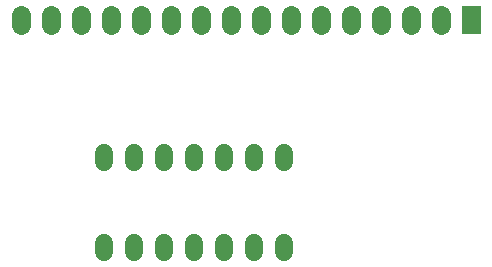
<source format=gbr>
G04 start of page 10 for group -4015 idx -4015 *
G04 Title: vt100lcd84, toppaste *
G04 Creator: pcb 20091103 *
G04 CreationDate: Tue 01 May 2012 10:21:43 PM GMT UTC *
G04 For: ecomer *
G04 Format: Gerber/RS-274X *
G04 PCB-Dimensions: 334646 161417 *
G04 PCB-Coordinate-Origin: lower left *
%MOIN*%
%FSLAX25Y25*%
%LNFRONTPASTE*%
%ADD16C,0.0600*%
%ADD26C,0.0630*%
%ADD27R,0.0630X0.0630*%
G54D16*X230787Y97912D02*Y94912D01*
X220787Y97912D02*Y94912D01*
X210787Y97912D02*Y94912D01*
X200787Y97912D02*Y94912D01*
X190787Y97912D02*Y94912D01*
X180787Y97912D02*Y94912D01*
X170787Y97912D02*Y94912D01*
Y67912D02*Y64912D01*
X180787Y67912D02*Y64912D01*
X190787Y67912D02*Y64912D01*
X200787Y67912D02*Y64912D01*
X210787Y67912D02*Y64912D01*
X220787Y67912D02*Y64912D01*
X230787Y67912D02*Y64912D01*
G54D26*X143110Y143701D02*Y140551D01*
X153110Y143701D02*Y140551D01*
X163110Y143701D02*Y140551D01*
X173110Y143701D02*Y140551D01*
X183110Y143701D02*Y140551D01*
X193110Y143701D02*Y140551D01*
X203110Y143701D02*Y140551D01*
X213110Y143701D02*Y140551D01*
X223110Y143701D02*Y140551D01*
X233110Y143701D02*Y140551D01*
X243110Y143701D02*Y140551D01*
X253110Y143701D02*Y140551D01*
X263110Y143701D02*Y140551D01*
X273110Y143701D02*Y140551D01*
X283110Y143701D02*Y140551D01*
G54D27*X293110Y143701D02*Y140551D01*
M02*

</source>
